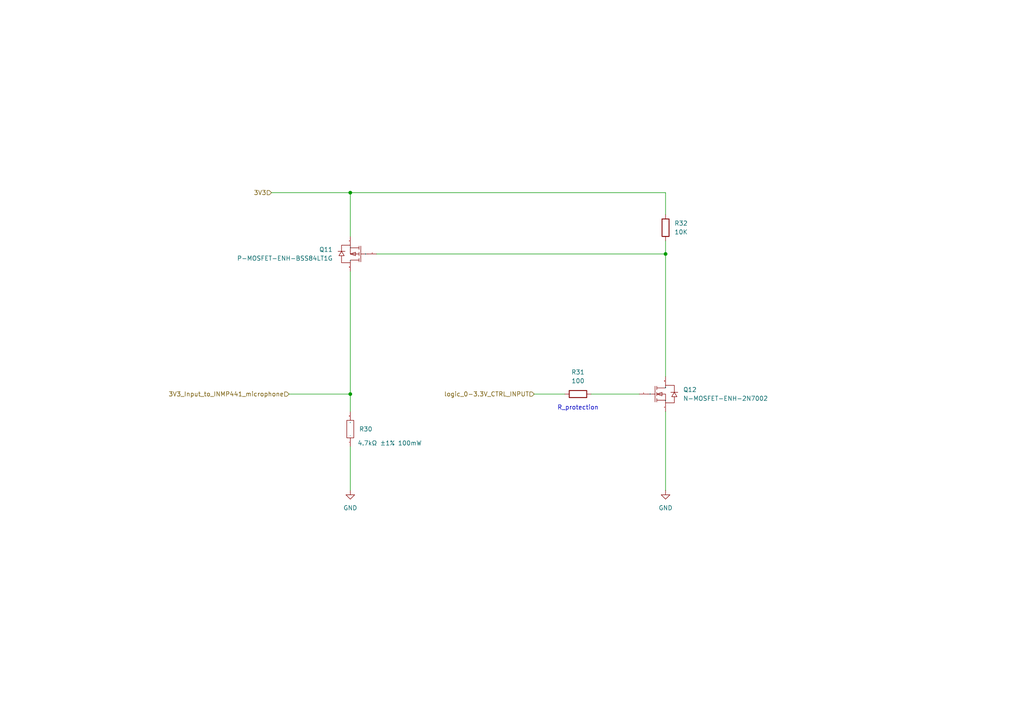
<source format=kicad_sch>
(kicad_sch
	(version 20250114)
	(generator "eeschema")
	(generator_version "9.0")
	(uuid "e904dac2-bff9-4b10-bef9-b4285167f046")
	(paper "A4")
	(lib_symbols
		(symbol "Device:R"
			(pin_numbers
				(hide yes)
			)
			(pin_names
				(offset 0)
			)
			(exclude_from_sim no)
			(in_bom yes)
			(on_board yes)
			(property "Reference" "R"
				(at 2.032 0 90)
				(effects
					(font
						(size 1.27 1.27)
					)
				)
			)
			(property "Value" "R"
				(at 0 0 90)
				(effects
					(font
						(size 1.27 1.27)
					)
				)
			)
			(property "Footprint" ""
				(at -1.778 0 90)
				(effects
					(font
						(size 1.27 1.27)
					)
					(hide yes)
				)
			)
			(property "Datasheet" "~"
				(at 0 0 0)
				(effects
					(font
						(size 1.27 1.27)
					)
					(hide yes)
				)
			)
			(property "Description" "Resistor"
				(at 0 0 0)
				(effects
					(font
						(size 1.27 1.27)
					)
					(hide yes)
				)
			)
			(property "ki_keywords" "R res resistor"
				(at 0 0 0)
				(effects
					(font
						(size 1.27 1.27)
					)
					(hide yes)
				)
			)
			(property "ki_fp_filters" "R_*"
				(at 0 0 0)
				(effects
					(font
						(size 1.27 1.27)
					)
					(hide yes)
				)
			)
			(symbol "R_0_1"
				(rectangle
					(start -1.016 -2.54)
					(end 1.016 2.54)
					(stroke
						(width 0.254)
						(type default)
					)
					(fill
						(type none)
					)
				)
			)
			(symbol "R_1_1"
				(pin passive line
					(at 0 3.81 270)
					(length 1.27)
					(name "~"
						(effects
							(font
								(size 1.27 1.27)
							)
						)
					)
					(number "1"
						(effects
							(font
								(size 1.27 1.27)
							)
						)
					)
				)
				(pin passive line
					(at 0 -3.81 90)
					(length 1.27)
					(name "~"
						(effects
							(font
								(size 1.27 1.27)
							)
						)
					)
					(number "2"
						(effects
							(font
								(size 1.27 1.27)
							)
						)
					)
				)
			)
			(embedded_fonts no)
		)
		(symbol "GND_1"
			(power)
			(pin_numbers
				(hide yes)
			)
			(pin_names
				(offset 0)
				(hide yes)
			)
			(exclude_from_sim no)
			(in_bom yes)
			(on_board yes)
			(property "Reference" "#PWR"
				(at 0 -6.35 0)
				(effects
					(font
						(size 1.27 1.27)
					)
					(hide yes)
				)
			)
			(property "Value" "GND"
				(at 0 -3.81 0)
				(effects
					(font
						(size 1.27 1.27)
					)
				)
			)
			(property "Footprint" ""
				(at 0 0 0)
				(effects
					(font
						(size 1.27 1.27)
					)
					(hide yes)
				)
			)
			(property "Datasheet" ""
				(at 0 0 0)
				(effects
					(font
						(size 1.27 1.27)
					)
					(hide yes)
				)
			)
			(property "Description" "Power symbol creates a global label with name \"GND\" , ground"
				(at 0 0 0)
				(effects
					(font
						(size 1.27 1.27)
					)
					(hide yes)
				)
			)
			(property "ki_keywords" "global power"
				(at 0 0 0)
				(effects
					(font
						(size 1.27 1.27)
					)
					(hide yes)
				)
			)
			(symbol "GND_1_0_1"
				(polyline
					(pts
						(xy 0 0) (xy 0 -1.27) (xy 1.27 -1.27) (xy 0 -2.54) (xy -1.27 -1.27) (xy 0 -1.27)
					)
					(stroke
						(width 0)
						(type default)
					)
					(fill
						(type none)
					)
				)
			)
			(symbol "GND_1_1_1"
				(pin power_in line
					(at 0 0 270)
					(length 0)
					(name "~"
						(effects
							(font
								(size 1.27 1.27)
							)
						)
					)
					(number "1"
						(effects
							(font
								(size 1.27 1.27)
							)
						)
					)
				)
			)
			(embedded_fonts no)
		)
		(symbol "My_Personal_Symbols_Library:0603WAF4701T5E"
			(exclude_from_sim no)
			(in_bom yes)
			(on_board yes)
			(property "Reference" "R"
				(at 0 0 0)
				(effects
					(font
						(size 1.27 1.27)
					)
				)
			)
			(property "Value" "4.7kΩ"
				(at 0 -3.556 0)
				(effects
					(font
						(size 1.27 1.27)
					)
					(hide yes)
				)
			)
			(property "Footprint" "RES_4K7_0603WAF4701T5E:R0603"
				(at 0 7.366 0)
				(effects
					(font
						(size 1.27 1.27)
					)
					(hide yes)
				)
			)
			(property "Datasheet" "https://atta.szlcsc.com/upload/public/pdf/source/20200306/C422600_1E6D84923E4A46A82E41ADD87F860B5C.pdf"
				(at -0.254 10.16 0)
				(effects
					(font
						(size 1.27 1.27)
					)
					(hide yes)
				)
			)
			(property "Description" "Type:Thick Film Resistors Resistance:4.7kΩ Tolerance:±1% Tolerance:±1% Power(Watts): Overload Voltage (Max): Temperature Coefficient:±100ppm/°C Temperature Coefficient:±100ppm/°C Operating Temperature Range:-55°C~+155°C Operating Temperature Range:-55°C~+155°C"
				(at 0.508 12.446 0)
				(effects
					(font
						(size 1.27 1.27)
					)
					(hide yes)
				)
			)
			(property "Manufacturer Part" "0603WAF4701T5E"
				(at -0.254 -7.874 0)
				(effects
					(font
						(size 1.27 1.27)
					)
					(hide yes)
				)
			)
			(property "Manufacturer" "UNI-ROYAL(厚声)"
				(at 0.508 -10.414 0)
				(effects
					(font
						(size 1.27 1.27)
					)
					(hide yes)
				)
			)
			(property "Supplier Part" "C23162"
				(at 0 -5.588 0)
				(effects
					(font
						(size 1.27 1.27)
					)
					(hide yes)
				)
			)
			(property "Supplier" "LCSC"
				(at 0 -13.462 0)
				(effects
					(font
						(size 1.27 1.27)
					)
					(hide yes)
				)
			)
			(property "LCSC Part Name" "4.7kΩ ±1% 100mW 厚膜电阻"
				(at -0.254 5.08 0)
				(effects
					(font
						(size 1.27 1.27)
					)
					(hide yes)
				)
			)
			(symbol "0603WAF4701T5E_1_0"
				(rectangle
					(start -2.54 1.016)
					(end 2.54 -1.016)
					(stroke
						(width 0)
						(type default)
					)
					(fill
						(type none)
					)
				)
				(pin passive line
					(at -5.08 0 0)
					(length 2.54)
					(name "1"
						(effects
							(font
								(size 0.0254 0.0254)
							)
						)
					)
					(number "1"
						(effects
							(font
								(size 0.0254 0.0254)
							)
						)
					)
				)
				(pin passive line
					(at 5.08 0 180)
					(length 2.54)
					(name "2"
						(effects
							(font
								(size 0.0254 0.0254)
							)
						)
					)
					(number "2"
						(effects
							(font
								(size 0.0254 0.0254)
							)
						)
					)
				)
			)
			(embedded_fonts no)
		)
		(symbol "My_Personal_Symbols_Library:2N7002"
			(exclude_from_sim no)
			(in_bom yes)
			(on_board yes)
			(property "Reference" "Q"
				(at -2.286 4.826 0)
				(effects
					(font
						(size 1.27 1.27)
					)
				)
			)
			(property "Value" ""
				(at 0 0 0)
				(effects
					(font
						(size 1.27 1.27)
					)
				)
			)
			(property "Footprint" "ProLib_pcs_NMOSFET_ENH_2N7002_2025-05-22:SOT-23-3_L2.9-W1.3-P1.90-LS2.4-BR"
				(at 3.048 28.448 0)
				(effects
					(font
						(size 1.27 1.27)
					)
					(hide yes)
				)
			)
			(property "Datasheet" "https://atta.szlcsc.com/upload/public/pdf/source/20171228/C164913_15144413269051213916.pdf"
				(at -1.524 19.304 0)
				(effects
					(font
						(size 1.27 1.27)
					)
					(hide yes)
				)
			)
			(property "Description" "Type:1 N-Channel Drain Source Voltage (Vdss): Continuous Drain Current (Id): Drain Source On Resistance (RDS(on)@Vgs,Id):5Ω@10V Power Dissipation (Pd):225mW Gate Threshold Voltage (Vgs(th)@Id):2.5V@250uA Input Capacitance (Ciss@Vds):50pF Reverse Transfer"
				(at -0.254 24.384 0)
				(effects
					(font
						(size 1.27 1.27)
					)
					(hide yes)
				)
			)
			(property "Manufacturer Part" "2N7002"
				(at 0.508 -14.732 0)
				(effects
					(font
						(size 1.27 1.27)
					)
					(hide yes)
				)
			)
			(property "Manufacturer" "CJ(江苏长电/长晶)"
				(at 1.778 -31.242 0)
				(effects
					(font
						(size 1.27 1.27)
					)
					(hide yes)
				)
			)
			(property "Supplier Part" "C8545"
				(at 0.762 -18.288 0)
				(effects
					(font
						(size 1.27 1.27)
					)
					(hide yes)
				)
			)
			(property "Supplier" "LCSC"
				(at 0.762 -26.162 0)
				(effects
					(font
						(size 1.27 1.27)
					)
					(hide yes)
				)
			)
			(property "LCSC Part Name" "1个N沟道 耐压:60V 电流:115mA"
				(at 0.508 16.002 0)
				(effects
					(font
						(size 1.27 1.27)
					)
					(hide yes)
				)
			)
			(symbol "2N7002_1_0"
				(polyline
					(pts
						(xy -2.54 0) (xy -0.508 0)
					)
					(stroke
						(width 0)
						(type default)
					)
					(fill
						(type none)
					)
				)
				(polyline
					(pts
						(xy -0.508 2.286) (xy -0.508 -2.286)
					)
					(stroke
						(width 0)
						(type default)
					)
					(fill
						(type none)
					)
				)
				(polyline
					(pts
						(xy 0 2.286) (xy 0 1.27)
					)
					(stroke
						(width 0)
						(type default)
					)
					(fill
						(type none)
					)
				)
				(polyline
					(pts
						(xy 0 1.778) (xy 2.54 1.778) (xy 2.54 1.778) (xy 2.54 2.54) (xy 2.54 2.54) (xy 5.08 2.54) (xy 5.08 2.54)
						(xy 5.08 0.508)
					)
					(stroke
						(width 0)
						(type default)
					)
					(fill
						(type none)
					)
				)
				(polyline
					(pts
						(xy 0 0) (xy 1.524 -0.508) (xy 1.524 -0.508) (xy 1.524 0.508) (xy 1.524 0.508) (xy 0 0)
					)
					(stroke
						(width 0)
						(type default)
					)
					(fill
						(type none)
					)
				)
				(polyline
					(pts
						(xy 0 0) (xy 2.54 0) (xy 2.54 0) (xy 2.54 -2.54) (xy 2.54 -2.54) (xy 5.08 -2.54) (xy 5.08 -2.54)
						(xy 5.08 -0.762)
					)
					(stroke
						(width 0)
						(type default)
					)
					(fill
						(type none)
					)
				)
				(polyline
					(pts
						(xy 0 -0.508) (xy 0 0.508)
					)
					(stroke
						(width 0)
						(type default)
					)
					(fill
						(type none)
					)
				)
				(polyline
					(pts
						(xy 0 -2.286) (xy 0 -1.27)
					)
					(stroke
						(width 0)
						(type default)
					)
					(fill
						(type none)
					)
				)
				(polyline
					(pts
						(xy 2.54 -1.778) (xy 0 -1.778)
					)
					(stroke
						(width 0)
						(type default)
					)
					(fill
						(type none)
					)
				)
				(polyline
					(pts
						(xy 5.08 0.508) (xy 4.318 -0.762) (xy 4.318 -0.762) (xy 5.842 -0.762) (xy 5.842 -0.762) (xy 5.08 0.508)
					)
					(stroke
						(width 0)
						(type default)
					)
					(fill
						(type none)
					)
				)
				(polyline
					(pts
						(xy 6.096 0.508) (xy 5.588 0.508) (xy 5.588 0.508) (xy 4.572 0.508) (xy 4.572 0.508) (xy 4.064 0.508)
					)
					(stroke
						(width 0)
						(type default)
					)
					(fill
						(type none)
					)
				)
				(pin input line
					(at -5.08 0 0)
					(length 2.54)
					(name "G"
						(effects
							(font
								(size 0.0254 0.0254)
							)
						)
					)
					(number "1"
						(effects
							(font
								(size 0.0254 0.0254)
							)
						)
					)
				)
				(pin input line
					(at 2.54 5.08 270)
					(length 2.54)
					(name "D"
						(effects
							(font
								(size 0.0254 0.0254)
							)
						)
					)
					(number "3"
						(effects
							(font
								(size 0.0254 0.0254)
							)
						)
					)
				)
				(pin input line
					(at 2.54 -5.08 90)
					(length 2.54)
					(name "S"
						(effects
							(font
								(size 0.0254 0.0254)
							)
						)
					)
					(number "2"
						(effects
							(font
								(size 0.0254 0.0254)
							)
						)
					)
				)
			)
			(embedded_fonts no)
		)
		(symbol "My_Personal_Symbols_Library:BSS84LT1G"
			(exclude_from_sim no)
			(in_bom yes)
			(on_board yes)
			(property "Reference" "Q"
				(at -1.778 4.064 0)
				(effects
					(font
						(size 1.27 1.27)
					)
				)
			)
			(property "Value" ""
				(at 0 0 0)
				(effects
					(font
						(size 1.27 1.27)
					)
				)
			)
			(property "Footprint" "ProLib_pcs_PMOSFET_ENH_BSS84LT1G_2025-05-22:SOT-23-3_L2.9-W1.6-P1.90-LS2.8-BR"
				(at 0.762 25.146 0)
				(effects
					(font
						(size 1.27 1.27)
					)
					(hide yes)
				)
			)
			(property "Datasheet" "https://atta.szlcsc.com/upload/public/pdf/source/20160910/1473490307635.PDF"
				(at 0 28.956 0)
				(effects
					(font
						(size 1.27 1.27)
					)
					(hide yes)
				)
			)
			(property "Description" "Type:1个PChannel Drain Source Voltage (Vdss): Continuous Drain Current (Id): Power Dissipation (Pd): Drain Source On Resistance (RDS(on)@Vgs,Id):10Ω@5V,100mA Gate Threshold Voltage (Vgs(th)@Id):2V@250uA Input Capacitance (Ciss@Vds):30pF@5V Operating Temper"
				(at 1.524 19.05 0)
				(effects
					(font
						(size 1.27 1.27)
					)
					(hide yes)
				)
			)
			(property "Manufacturer Part" "BSS84LT1G"
				(at 0.254 -16.002 0)
				(effects
					(font
						(size 1.27 1.27)
					)
					(hide yes)
				)
			)
			(property "Manufacturer" "onsemi(安森美)"
				(at 1.016 -26.67 0)
				(effects
					(font
						(size 1.27 1.27)
					)
					(hide yes)
				)
			)
			(property "Supplier Part" "C82079"
				(at 0.254 -20.32 0)
				(effects
					(font
						(size 1.27 1.27)
					)
					(hide yes)
				)
			)
			(property "Supplier" "LCSC"
				(at 0 -23.368 0)
				(effects
					(font
						(size 1.27 1.27)
					)
					(hide yes)
				)
			)
			(property "LCSC Part Name" "1个P沟道 耐压:50V 电流:130mA"
				(at 0.508 14.986 0)
				(effects
					(font
						(size 1.27 1.27)
					)
					(hide yes)
				)
			)
			(symbol "BSS84LT1G_1_0"
				(polyline
					(pts
						(xy -2.54 0) (xy -0.508 0)
					)
					(stroke
						(width 0)
						(type default)
					)
					(fill
						(type none)
					)
				)
				(polyline
					(pts
						(xy -0.508 2.286) (xy -0.508 -2.286)
					)
					(stroke
						(width 0)
						(type default)
					)
					(fill
						(type none)
					)
				)
				(polyline
					(pts
						(xy 0 2.286) (xy 0 1.27)
					)
					(stroke
						(width 0)
						(type default)
					)
					(fill
						(type none)
					)
				)
				(polyline
					(pts
						(xy 0 1.778) (xy 2.54 1.778) (xy 2.54 1.778) (xy 2.54 2.54) (xy 2.54 2.54) (xy 5.08 2.54) (xy 5.08 2.54)
						(xy 5.08 0.508)
					)
					(stroke
						(width 0)
						(type default)
					)
					(fill
						(type none)
					)
				)
				(polyline
					(pts
						(xy 0 0) (xy 2.54 0) (xy 2.54 0) (xy 2.54 -2.54) (xy 2.54 -2.54) (xy 5.08 -2.54) (xy 5.08 -2.54)
						(xy 5.08 -0.762)
					)
					(stroke
						(width 0)
						(type default)
					)
					(fill
						(type none)
					)
				)
				(polyline
					(pts
						(xy 0 -0.508) (xy 0 0.508)
					)
					(stroke
						(width 0)
						(type default)
					)
					(fill
						(type none)
					)
				)
				(polyline
					(pts
						(xy 0 -2.286) (xy 0 -1.27)
					)
					(stroke
						(width 0)
						(type default)
					)
					(fill
						(type none)
					)
				)
				(polyline
					(pts
						(xy 2.54 0) (xy 1.016 0.508) (xy 1.016 0.508) (xy 1.016 -0.508) (xy 1.016 -0.508) (xy 2.54 0)
					)
					(stroke
						(width 0)
						(type default)
					)
					(fill
						(type none)
					)
				)
				(polyline
					(pts
						(xy 2.54 -1.778) (xy 0 -1.778)
					)
					(stroke
						(width 0)
						(type default)
					)
					(fill
						(type none)
					)
				)
				(polyline
					(pts
						(xy 4.064 -0.762) (xy 4.572 -0.762) (xy 4.572 -0.762) (xy 5.588 -0.762) (xy 5.588 -0.762) (xy 6.096 -0.762)
					)
					(stroke
						(width 0)
						(type default)
					)
					(fill
						(type none)
					)
				)
				(polyline
					(pts
						(xy 5.08 -0.762) (xy 5.842 0.508) (xy 5.842 0.508) (xy 4.318 0.508) (xy 4.318 0.508) (xy 5.08 -0.762)
					)
					(stroke
						(width 0)
						(type default)
					)
					(fill
						(type none)
					)
				)
				(pin passive line
					(at -5.08 0 0)
					(length 2.54)
					(name "G"
						(effects
							(font
								(size 0.0254 0.0254)
							)
						)
					)
					(number "1"
						(effects
							(font
								(size 0.0254 0.0254)
							)
						)
					)
				)
				(pin passive line
					(at 2.54 5.08 270)
					(length 2.54)
					(name "D"
						(effects
							(font
								(size 0.0254 0.0254)
							)
						)
					)
					(number "3"
						(effects
							(font
								(size 0.0254 0.0254)
							)
						)
					)
				)
				(pin passive line
					(at 2.54 -5.08 90)
					(length 2.54)
					(name "S"
						(effects
							(font
								(size 0.0254 0.0254)
							)
						)
					)
					(number "2"
						(effects
							(font
								(size 0.0254 0.0254)
							)
						)
					)
				)
			)
			(embedded_fonts no)
		)
	)
	(text "R_protection"
		(exclude_from_sim no)
		(at 167.64 118.364 0)
		(effects
			(font
				(size 1.27 1.27)
			)
		)
		(uuid "ff0a2076-1f14-473f-b473-4b20582b765e")
	)
	(junction
		(at 101.6 55.88)
		(diameter 0)
		(color 0 0 0 0)
		(uuid "2a854600-d12c-4164-a56e-e5d766a24102")
	)
	(junction
		(at 101.6 114.3)
		(diameter 0)
		(color 0 0 0 0)
		(uuid "604e4efa-637b-4717-a578-6be6a985c69f")
	)
	(junction
		(at 193.04 73.66)
		(diameter 0)
		(color 0 0 0 0)
		(uuid "f133d411-84a3-4c10-b62b-6b36af8e2da5")
	)
	(wire
		(pts
			(xy 193.04 119.38) (xy 193.04 142.24)
		)
		(stroke
			(width 0)
			(type default)
		)
		(uuid "1771b064-526e-407a-bbec-70c9e2bc1270")
	)
	(wire
		(pts
			(xy 101.6 55.88) (xy 101.6 68.58)
		)
		(stroke
			(width 0)
			(type default)
		)
		(uuid "23b8f105-a398-4add-9e45-bc475eb4eaee")
	)
	(wire
		(pts
			(xy 101.6 55.88) (xy 193.04 55.88)
		)
		(stroke
			(width 0)
			(type default)
		)
		(uuid "246cf3dd-ab1b-431e-8ec8-74a504520e1c")
	)
	(wire
		(pts
			(xy 193.04 73.66) (xy 193.04 69.85)
		)
		(stroke
			(width 0)
			(type default)
		)
		(uuid "3751b959-7ee4-485f-b316-0f48afac4020")
	)
	(wire
		(pts
			(xy 101.6 129.54) (xy 101.6 142.24)
		)
		(stroke
			(width 0)
			(type default)
		)
		(uuid "376a6d8d-9fea-4876-9a4d-b6471a76729e")
	)
	(wire
		(pts
			(xy 193.04 55.88) (xy 193.04 62.23)
		)
		(stroke
			(width 0)
			(type default)
		)
		(uuid "3b78f2ea-fe0c-463e-9cde-f424c92d26e9")
	)
	(wire
		(pts
			(xy 101.6 78.74) (xy 101.6 114.3)
		)
		(stroke
			(width 0)
			(type default)
		)
		(uuid "49e89512-77f7-436b-b844-1e05229842d0")
	)
	(wire
		(pts
			(xy 101.6 114.3) (xy 101.6 119.38)
		)
		(stroke
			(width 0)
			(type default)
		)
		(uuid "747f4942-f65a-4edc-90b7-96010ee6641e")
	)
	(wire
		(pts
			(xy 171.45 114.3) (xy 185.42 114.3)
		)
		(stroke
			(width 0)
			(type default)
		)
		(uuid "800141af-337b-4144-bf4b-13a7bdefbb71")
	)
	(wire
		(pts
			(xy 83.82 114.3) (xy 101.6 114.3)
		)
		(stroke
			(width 0)
			(type default)
		)
		(uuid "948bc4d1-4a69-46b7-8b8e-dd1cd579d6c7")
	)
	(wire
		(pts
			(xy 193.04 73.66) (xy 193.04 109.22)
		)
		(stroke
			(width 0)
			(type default)
		)
		(uuid "af5b66dd-2583-414e-bd66-20a56f828de2")
	)
	(wire
		(pts
			(xy 78.74 55.88) (xy 101.6 55.88)
		)
		(stroke
			(width 0)
			(type default)
		)
		(uuid "cb33ebe1-f7ba-4a01-9c3c-a07964de1e3a")
	)
	(wire
		(pts
			(xy 154.94 114.3) (xy 163.83 114.3)
		)
		(stroke
			(width 0)
			(type default)
		)
		(uuid "cb54de08-db1e-413e-aa6e-e8461a393a05")
	)
	(wire
		(pts
			(xy 109.22 73.66) (xy 193.04 73.66)
		)
		(stroke
			(width 0)
			(type default)
		)
		(uuid "d3abd7e3-32c5-415e-96a2-c78252af328b")
	)
	(hierarchical_label "3V3_Input_to_INMP441_microphone"
		(shape input)
		(at 83.82 114.3 180)
		(effects
			(font
				(size 1.27 1.27)
			)
			(justify right)
		)
		(uuid "44f7bfc4-ec0c-4eb8-b755-e0c259fb5a5a")
	)
	(hierarchical_label "3V3"
		(shape input)
		(at 78.74 55.88 180)
		(effects
			(font
				(size 1.27 1.27)
			)
			(justify right)
		)
		(uuid "4ada222f-f277-40fd-8034-875ee76b82e6")
	)
	(hierarchical_label "logic_0-3.3V_CTRL_INPUT"
		(shape input)
		(at 154.94 114.3 180)
		(effects
			(font
				(size 1.27 1.27)
			)
			(justify right)
		)
		(uuid "7ad25148-b8b1-4f1a-aa2a-70c1225127ef")
	)
	(symbol
		(lib_name "GND_1")
		(lib_id "power:GND")
		(at 193.04 142.24 0)
		(unit 1)
		(exclude_from_sim no)
		(in_bom yes)
		(on_board yes)
		(dnp no)
		(fields_autoplaced yes)
		(uuid "3d53a200-7461-49a4-ad22-24146584bf3f")
		(property "Reference" "#PWR074"
			(at 193.04 148.59 0)
			(effects
				(font
					(size 1.27 1.27)
				)
				(hide yes)
			)
		)
		(property "Value" "GND"
			(at 193.04 147.32 0)
			(effects
				(font
					(size 1.27 1.27)
				)
			)
		)
		(property "Footprint" ""
			(at 193.04 142.24 0)
			(effects
				(font
					(size 1.27 1.27)
				)
				(hide yes)
			)
		)
		(property "Datasheet" ""
			(at 193.04 142.24 0)
			(effects
				(font
					(size 1.27 1.27)
				)
				(hide yes)
			)
		)
		(property "Description" "Power symbol creates a global label with name \"GND\" , ground"
			(at 193.04 142.24 0)
			(effects
				(font
					(size 1.27 1.27)
				)
				(hide yes)
			)
		)
		(pin "1"
			(uuid "e0835f2e-cb97-408b-a07f-cb73919206f5")
		)
		(instances
			(project "MY-ESP32"
				(path "/d6d8d651-8dd4-45a4-bd17-f84a87bbb30c/b3780aea-0409-4b0e-9d6e-ab9fc89bcb41"
					(reference "#PWR074")
					(unit 1)
				)
			)
		)
	)
	(symbol
		(lib_id "Device:R")
		(at 193.04 66.04 180)
		(unit 1)
		(exclude_from_sim no)
		(in_bom yes)
		(on_board yes)
		(dnp no)
		(fields_autoplaced yes)
		(uuid "6a9b3661-b9ae-4f0a-85c4-ed2058e88c0a")
		(property "Reference" "R32"
			(at 195.58 64.7699 0)
			(effects
				(font
					(size 1.27 1.27)
				)
				(justify right)
			)
		)
		(property "Value" "10K"
			(at 195.58 67.3099 0)
			(effects
				(font
					(size 1.27 1.27)
				)
				(justify right)
			)
		)
		(property "Footprint" "Resistor_SMD:R_0805_2012Metric_Pad1.20x1.40mm_HandSolder"
			(at 194.818 66.04 90)
			(effects
				(font
					(size 1.27 1.27)
				)
				(hide yes)
			)
		)
		(property "Datasheet" "~"
			(at 193.04 66.04 0)
			(effects
				(font
					(size 1.27 1.27)
				)
				(hide yes)
			)
		)
		(property "Description" ""
			(at 193.04 66.04 0)
			(effects
				(font
					(size 1.27 1.27)
				)
			)
		)
		(property "REF" "C17414"
			(at 193.04 66.04 0)
			(effects
				(font
					(size 1.27 1.27)
				)
				(hide yes)
			)
		)
		(pin "1"
			(uuid "2214c3e1-e1cd-44c1-8f5b-49d50e6e1836")
		)
		(pin "2"
			(uuid "cf6dc739-3c4f-4b06-92ab-6be349fdc3d0")
		)
		(instances
			(project "MY-ESP32"
				(path "/d6d8d651-8dd4-45a4-bd17-f84a87bbb30c/b3780aea-0409-4b0e-9d6e-ab9fc89bcb41"
					(reference "R32")
					(unit 1)
				)
			)
		)
	)
	(symbol
		(lib_id "My_Personal_Symbols_Library:2N7002")
		(at 190.5 114.3 0)
		(unit 1)
		(exclude_from_sim no)
		(in_bom yes)
		(on_board yes)
		(dnp no)
		(fields_autoplaced yes)
		(uuid "73883e3b-7c97-404e-84c8-bf4c0be0ff2c")
		(property "Reference" "Q12"
			(at 198.12 113.0299 0)
			(effects
				(font
					(size 1.27 1.27)
				)
				(justify left)
			)
		)
		(property "Value" "N-MOSFET-ENH-2N7002"
			(at 198.12 115.5699 0)
			(effects
				(font
					(size 1.27 1.27)
				)
				(justify left)
			)
		)
		(property "Footprint" "My_Personal_Footprints_Library:2N7002"
			(at 193.548 85.852 0)
			(effects
				(font
					(size 1.27 1.27)
				)
				(hide yes)
			)
		)
		(property "Datasheet" "https://atta.szlcsc.com/upload/public/pdf/source/20171228/C164913_15144413269051213916.pdf"
			(at 188.976 94.996 0)
			(effects
				(font
					(size 1.27 1.27)
				)
				(hide yes)
			)
		)
		(property "Description" "Type:1 N-Channel Drain Source Voltage (Vdss): Continuous Drain Current (Id): Drain Source On Resistance (RDS(on)@Vgs,Id):5Ω@10V Power Dissipation (Pd):225mW Gate Threshold Voltage (Vgs(th)@Id):2.5V@250uA Input Capacitance (Ciss@Vds):50pF Reverse Transfer"
			(at 190.246 89.916 0)
			(effects
				(font
					(size 1.27 1.27)
				)
				(hide yes)
			)
		)
		(property "Manufacturer Part" "2N7002"
			(at 191.008 129.032 0)
			(effects
				(font
					(size 1.27 1.27)
				)
				(hide yes)
			)
		)
		(property "Manufacturer" "CJ(江苏长电/长晶)"
			(at 192.278 145.542 0)
			(effects
				(font
					(size 1.27 1.27)
				)
				(hide yes)
			)
		)
		(property "Supplier Part" "C8545"
			(at 191.262 132.588 0)
			(effects
				(font
					(size 1.27 1.27)
				)
				(hide yes)
			)
		)
		(property "Supplier" "LCSC"
			(at 191.262 140.462 0)
			(effects
				(font
					(size 1.27 1.27)
				)
				(hide yes)
			)
		)
		(property "LCSC Part Name" "1个N沟道 耐压:60V 电流:115mA"
			(at 191.008 98.298 0)
			(effects
				(font
					(size 1.27 1.27)
				)
				(hide yes)
			)
		)
		(pin "3"
			(uuid "ebed617b-44ae-4856-a396-eaae9dd479e5")
		)
		(pin "1"
			(uuid "5be8e9df-c7e1-4b50-ae6a-b634a4c2f578")
		)
		(pin "2"
			(uuid "1783dc60-ad27-425a-afb1-ab7f584877a3")
		)
		(instances
			(project "MY-ESP32"
				(path "/d6d8d651-8dd4-45a4-bd17-f84a87bbb30c/b3780aea-0409-4b0e-9d6e-ab9fc89bcb41"
					(reference "Q12")
					(unit 1)
				)
			)
		)
	)
	(symbol
		(lib_id "My_Personal_Symbols_Library:0603WAF4701T5E")
		(at 101.6 124.46 90)
		(unit 1)
		(exclude_from_sim no)
		(in_bom yes)
		(on_board yes)
		(dnp no)
		(uuid "77abd30d-466d-4eff-8367-bfd7ac7d9599")
		(property "Reference" "R30"
			(at 104.14 124.4599 90)
			(effects
				(font
					(size 1.27 1.27)
				)
				(justify right)
			)
		)
		(property "Value" "4.7kΩ ±1% 100mW"
			(at 113.03 128.524 90)
			(effects
				(font
					(size 1.27 1.27)
				)
			)
		)
		(property "Footprint" "My_Personal_Footprints_Library:0603WAF4701T5E"
			(at 94.234 124.46 0)
			(effects
				(font
					(size 1.27 1.27)
				)
				(hide yes)
			)
		)
		(property "Datasheet" "https://atta.szlcsc.com/upload/public/pdf/source/20200306/C422600_1E6D84923E4A46A82E41ADD87F860B5C.pdf"
			(at 91.44 124.714 0)
			(effects
				(font
					(size 1.27 1.27)
				)
				(hide yes)
			)
		)
		(property "Description" "Type:Thick Film Resistors Resistance:4.7kΩ Tolerance:±1% Tolerance:±1% Power(Watts): Overload Voltage (Max): Temperature Coefficient:±100ppm/°C Temperature Coefficient:±100ppm/°C Operating Temperature Range:-55°C~+155°C Operating Temperature Range:-55°C~+155°C"
			(at 89.154 123.952 0)
			(effects
				(font
					(size 1.27 1.27)
				)
				(hide yes)
			)
		)
		(property "Manufacturer Part" "0603WAF4701T5E"
			(at 109.474 124.714 0)
			(effects
				(font
					(size 1.27 1.27)
				)
				(hide yes)
			)
		)
		(property "Manufacturer" "UNI-ROYAL(厚声)"
			(at 112.014 123.952 0)
			(effects
				(font
					(size 1.27 1.27)
				)
				(hide yes)
			)
		)
		(property "Supplier Part" "C23162"
			(at 107.188 124.46 0)
			(effects
				(font
					(size 1.27 1.27)
				)
				(hide yes)
			)
		)
		(property "Supplier" "LCSC"
			(at 115.062 124.46 0)
			(effects
				(font
					(size 1.27 1.27)
				)
				(hide yes)
			)
		)
		(property "LCSC Part Name" "4.7kΩ ±1% 100mW"
			(at 96.52 124.714 0)
			(effects
				(font
					(size 1.27 1.27)
				)
				(hide yes)
			)
		)
		(pin "1"
			(uuid "4f83e064-0d60-4f0b-8941-859a00413a44")
		)
		(pin "2"
			(uuid "d2786e23-b36b-4e8c-8ca3-55ae07e165c7")
		)
		(instances
			(project "MY-ESP32"
				(path "/d6d8d651-8dd4-45a4-bd17-f84a87bbb30c/b3780aea-0409-4b0e-9d6e-ab9fc89bcb41"
					(reference "R30")
					(unit 1)
				)
			)
		)
	)
	(symbol
		(lib_name "GND_1")
		(lib_id "power:GND")
		(at 101.6 142.24 0)
		(unit 1)
		(exclude_from_sim no)
		(in_bom yes)
		(on_board yes)
		(dnp no)
		(fields_autoplaced yes)
		(uuid "9f292e08-baca-4651-8e0e-378ad53c8edd")
		(property "Reference" "#PWR073"
			(at 101.6 148.59 0)
			(effects
				(font
					(size 1.27 1.27)
				)
				(hide yes)
			)
		)
		(property "Value" "GND"
			(at 101.6 147.32 0)
			(effects
				(font
					(size 1.27 1.27)
				)
			)
		)
		(property "Footprint" ""
			(at 101.6 142.24 0)
			(effects
				(font
					(size 1.27 1.27)
				)
				(hide yes)
			)
		)
		(property "Datasheet" ""
			(at 101.6 142.24 0)
			(effects
				(font
					(size 1.27 1.27)
				)
				(hide yes)
			)
		)
		(property "Description" "Power symbol creates a global label with name \"GND\" , ground"
			(at 101.6 142.24 0)
			(effects
				(font
					(size 1.27 1.27)
				)
				(hide yes)
			)
		)
		(pin "1"
			(uuid "33e16479-48f0-42ee-9329-c15d62bae364")
		)
		(instances
			(project "MY-ESP32"
				(path "/d6d8d651-8dd4-45a4-bd17-f84a87bbb30c/b3780aea-0409-4b0e-9d6e-ab9fc89bcb41"
					(reference "#PWR073")
					(unit 1)
				)
			)
		)
	)
	(symbol
		(lib_id "Device:R")
		(at 167.64 114.3 270)
		(unit 1)
		(exclude_from_sim no)
		(in_bom yes)
		(on_board yes)
		(dnp no)
		(fields_autoplaced yes)
		(uuid "a0c8f24e-ec60-4ccb-8a89-26c9c95dca64")
		(property "Reference" "R31"
			(at 167.64 107.95 90)
			(effects
				(font
					(size 1.27 1.27)
				)
			)
		)
		(property "Value" "100"
			(at 167.64 110.49 90)
			(effects
				(font
					(size 1.27 1.27)
				)
			)
		)
		(property "Footprint" "Resistor_SMD:R_0805_2012Metric_Pad1.20x1.40mm_HandSolder"
			(at 167.64 112.522 90)
			(effects
				(font
					(size 1.27 1.27)
				)
				(hide yes)
			)
		)
		(property "Datasheet" "~"
			(at 167.64 114.3 0)
			(effects
				(font
					(size 1.27 1.27)
				)
				(hide yes)
			)
		)
		(property "Description" ""
			(at 167.64 114.3 0)
			(effects
				(font
					(size 1.27 1.27)
				)
			)
		)
		(property "REF" "C17408"
			(at 167.64 114.3 0)
			(effects
				(font
					(size 1.27 1.27)
				)
				(hide yes)
			)
		)
		(pin "1"
			(uuid "83bc41b7-86b9-408c-bdfc-0f7105e18561")
		)
		(pin "2"
			(uuid "cbe0335f-e73f-4cfa-8ec7-be1daf3fdf74")
		)
		(instances
			(project "MY-ESP32"
				(path "/d6d8d651-8dd4-45a4-bd17-f84a87bbb30c/b3780aea-0409-4b0e-9d6e-ab9fc89bcb41"
					(reference "R31")
					(unit 1)
				)
			)
		)
	)
	(symbol
		(lib_id "My_Personal_Symbols_Library:BSS84LT1G")
		(at 104.14 73.66 180)
		(unit 1)
		(exclude_from_sim no)
		(in_bom yes)
		(on_board yes)
		(dnp no)
		(fields_autoplaced yes)
		(uuid "f9b9d130-8353-469a-85cb-a8e007a04d36")
		(property "Reference" "Q11"
			(at 96.52 72.3899 0)
			(effects
				(font
					(size 1.27 1.27)
				)
				(justify left)
			)
		)
		(property "Value" "P-MOSFET-ENH-BSS84LT1G"
			(at 96.52 74.9299 0)
			(effects
				(font
					(size 1.27 1.27)
				)
				(justify left)
			)
		)
		(property "Footprint" "My_Personal_Footprints_Library:BSS84LT1G"
			(at 103.378 98.806 0)
			(effects
				(font
					(size 1.27 1.27)
				)
				(hide yes)
			)
		)
		(property "Datasheet" "https://atta.szlcsc.com/upload/public/pdf/source/20160910/1473490307635.PDF"
			(at 104.14 102.616 0)
			(effects
				(font
					(size 1.27 1.27)
				)
				(hide yes)
			)
		)
		(property "Description" "Type:1个PChannel Drain Source Voltage (Vdss): Continuous Drain Current (Id): Power Dissipation (Pd): Drain Source On Resistance (RDS(on)@Vgs,Id):10Ω@5V,100mA Gate Threshold Voltage (Vgs(th)@Id):2V@250uA Input Capacitance (Ciss@Vds):30pF@5V Operating Temper"
			(at 102.616 92.71 0)
			(effects
				(font
					(size 1.27 1.27)
				)
				(hide yes)
			)
		)
		(property "Manufacturer Part" "BSS84LT1G"
			(at 103.886 57.658 0)
			(effects
				(font
					(size 1.27 1.27)
				)
				(hide yes)
			)
		)
		(property "Manufacturer" "onsemi(安森美)"
			(at 103.124 46.99 0)
			(effects
				(font
					(size 1.27 1.27)
				)
				(hide yes)
			)
		)
		(property "Supplier Part" "C82079"
			(at 103.886 53.34 0)
			(effects
				(font
					(size 1.27 1.27)
				)
				(hide yes)
			)
		)
		(property "Supplier" "LCSC"
			(at 104.14 50.292 0)
			(effects
				(font
					(size 1.27 1.27)
				)
				(hide yes)
			)
		)
		(property "LCSC Part Name" "1个P沟道 耐压:50V 电流:130mA"
			(at 103.632 88.646 0)
			(effects
				(font
					(size 1.27 1.27)
				)
				(hide yes)
			)
		)
		(pin "1"
			(uuid "cce40e15-d742-4840-a8e1-99d3ce01b783")
		)
		(pin "3"
			(uuid "7c608373-f12e-435e-a172-65d58eea2142")
		)
		(pin "2"
			(uuid "2c40db0c-16ee-48de-9cff-013c8e39b23d")
		)
		(instances
			(project "MY-ESP32"
				(path "/d6d8d651-8dd4-45a4-bd17-f84a87bbb30c/b3780aea-0409-4b0e-9d6e-ab9fc89bcb41"
					(reference "Q11")
					(unit 1)
				)
			)
		)
	)
)

</source>
